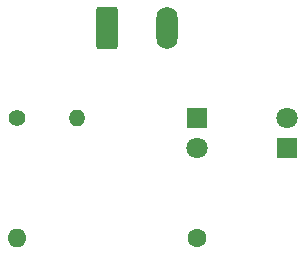
<source format=gbr>
%TF.GenerationSoftware,KiCad,Pcbnew,7.0.10*%
%TF.CreationDate,2024-04-09T17:15:05+02:00*%
%TF.ProjectId,KortsluitingBeperker,4b6f7274-736c-4756-9974-696e67426570,rev?*%
%TF.SameCoordinates,Original*%
%TF.FileFunction,Copper,L2,Bot*%
%TF.FilePolarity,Positive*%
%FSLAX46Y46*%
G04 Gerber Fmt 4.6, Leading zero omitted, Abs format (unit mm)*
G04 Created by KiCad (PCBNEW 7.0.10) date 2024-04-09 17:15:05*
%MOMM*%
%LPD*%
G01*
G04 APERTURE LIST*
G04 Aperture macros list*
%AMRoundRect*
0 Rectangle with rounded corners*
0 $1 Rounding radius*
0 $2 $3 $4 $5 $6 $7 $8 $9 X,Y pos of 4 corners*
0 Add a 4 corners polygon primitive as box body*
4,1,4,$2,$3,$4,$5,$6,$7,$8,$9,$2,$3,0*
0 Add four circle primitives for the rounded corners*
1,1,$1+$1,$2,$3*
1,1,$1+$1,$4,$5*
1,1,$1+$1,$6,$7*
1,1,$1+$1,$8,$9*
0 Add four rect primitives between the rounded corners*
20,1,$1+$1,$2,$3,$4,$5,0*
20,1,$1+$1,$4,$5,$6,$7,0*
20,1,$1+$1,$6,$7,$8,$9,0*
20,1,$1+$1,$8,$9,$2,$3,0*%
G04 Aperture macros list end*
%TA.AperFunction,ComponentPad*%
%ADD10RoundRect,0.250000X-0.650000X-1.550000X0.650000X-1.550000X0.650000X1.550000X-0.650000X1.550000X0*%
%TD*%
%TA.AperFunction,ComponentPad*%
%ADD11O,1.800000X3.600000*%
%TD*%
%TA.AperFunction,ComponentPad*%
%ADD12R,1.800000X1.800000*%
%TD*%
%TA.AperFunction,ComponentPad*%
%ADD13C,1.800000*%
%TD*%
%TA.AperFunction,ComponentPad*%
%ADD14C,1.600000*%
%TD*%
%TA.AperFunction,ComponentPad*%
%ADD15O,1.600000X1.600000*%
%TD*%
%TA.AperFunction,ComponentPad*%
%ADD16C,1.400000*%
%TD*%
%TA.AperFunction,ComponentPad*%
%ADD17O,1.400000X1.400000*%
%TD*%
G04 APERTURE END LIST*
D10*
%TO.P,J1,1,Pin_1*%
%TO.N,Net-(J1-Pin_1)*%
X29210000Y-21590000D03*
D11*
%TO.P,J1,2,Pin_2*%
%TO.N,Net-(D1-A)*%
X34290000Y-21590000D03*
%TD*%
D12*
%TO.P,D2,1,K*%
%TO.N,Net-(D1-A)*%
X36830000Y-29210000D03*
D13*
%TO.P,D2,2,A*%
%TO.N,Net-(D1-K)*%
X36830000Y-31750000D03*
%TD*%
D12*
%TO.P,D1,1,K*%
%TO.N,Net-(D1-K)*%
X44450000Y-31750000D03*
D13*
%TO.P,D1,2,A*%
%TO.N,Net-(D1-A)*%
X44450000Y-29210000D03*
%TD*%
D14*
%TO.P,R1,1*%
%TO.N,Net-(D1-K)*%
X36830000Y-39370000D03*
D15*
%TO.P,R1,2*%
%TO.N,Net-(J1-Pin_1)*%
X21590000Y-39370000D03*
%TD*%
D16*
%TO.P,TH1,1*%
%TO.N,Net-(J1-Pin_1)*%
X21590000Y-29210000D03*
D17*
%TO.P,TH1,2*%
%TO.N,Net-(D1-A)*%
X26670000Y-29210000D03*
%TD*%
M02*

</source>
